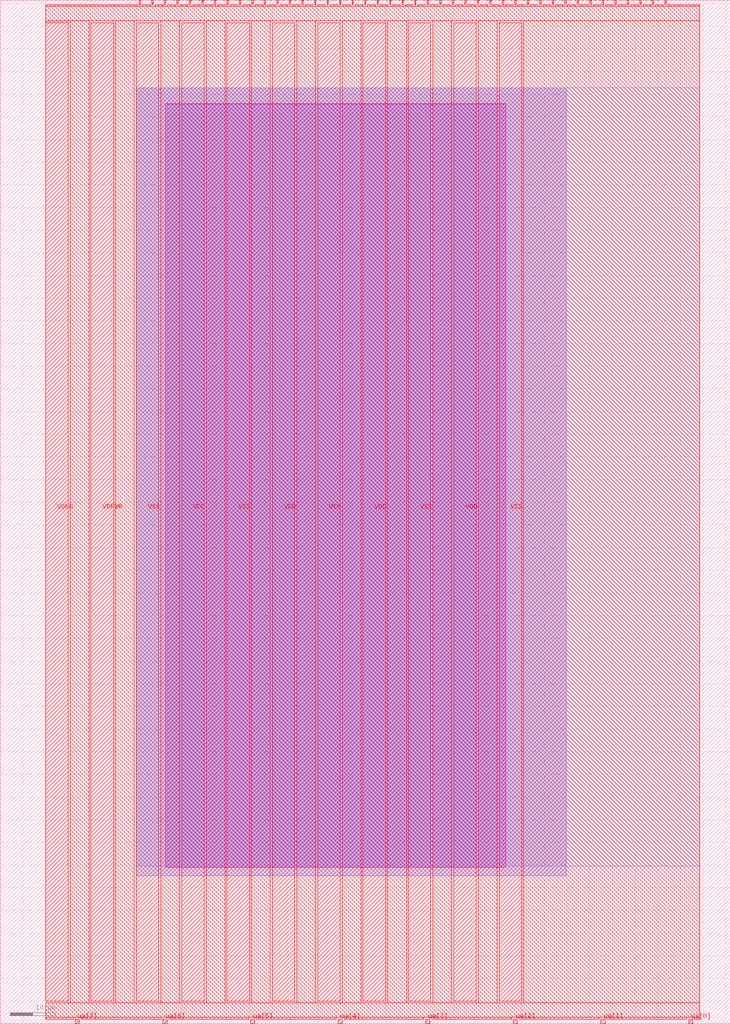
<source format=lef>
VERSION 5.7 ;
  NOWIREEXTENSIONATPIN ON ;
  DIVIDERCHAR "/" ;
  BUSBITCHARS "[]" ;
MACRO tt_um_Onchip_BandGap
  CLASS BLOCK ;
  FOREIGN tt_um_Onchip_BandGap ;
  ORIGIN 0.000 0.000 ;
  SIZE 161.000 BY 225.760 ;
  PIN clk
    PORT
      LAYER met4 ;
        RECT 143.830 224.760 144.130 225.760 ;
    END
  END clk
  PIN ena
    PORT
      LAYER met4 ;
        RECT 146.590 224.760 146.890 225.760 ;
    END
  END ena
  PIN rst_n
    PORT
      LAYER met4 ;
        RECT 141.070 224.760 141.370 225.760 ;
    END
  END rst_n
  PIN ua[0]
    ANTENNAGATEAREA 1.800000 ;
    ANTENNADIFFAREA 4.422000 ;
    PORT
      LAYER met4 ;
        RECT 151.810 0.000 152.710 1.000 ;
    END
  END ua[0]
  PIN ua[1]
    ANTENNAGATEAREA 50.000000 ;
    ANTENNADIFFAREA 3.564000 ;
    PORT
      LAYER met4 ;
        RECT 132.490 0.000 133.390 1.000 ;
    END
  END ua[1]
  PIN ua[2]
    ANTENNAGATEAREA 6.750000 ;
    ANTENNADIFFAREA 0.148500 ;
    PORT
      LAYER met4 ;
        RECT 113.170 0.000 114.070 1.000 ;
    END
  END ua[2]
  PIN ua[3]
    PORT
      LAYER met4 ;
        RECT 93.850 0.000 94.750 1.000 ;
    END
  END ua[3]
  PIN ua[4]
    PORT
      LAYER met4 ;
        RECT 74.530 0.000 75.430 1.000 ;
    END
  END ua[4]
  PIN ua[5]
    PORT
      LAYER met4 ;
        RECT 55.210 0.000 56.110 1.000 ;
    END
  END ua[5]
  PIN ua[6]
    PORT
      LAYER met4 ;
        RECT 35.890 0.000 36.790 1.000 ;
    END
  END ua[6]
  PIN ua[7]
    PORT
      LAYER met4 ;
        RECT 16.570 0.000 17.470 1.000 ;
    END
  END ua[7]
  PIN ui_in[0]
    PORT
      LAYER met4 ;
        RECT 138.310 224.760 138.610 225.760 ;
    END
  END ui_in[0]
  PIN ui_in[1]
    PORT
      LAYER met4 ;
        RECT 135.550 224.760 135.850 225.760 ;
    END
  END ui_in[1]
  PIN ui_in[2]
    PORT
      LAYER met4 ;
        RECT 132.790 224.760 133.090 225.760 ;
    END
  END ui_in[2]
  PIN ui_in[3]
    PORT
      LAYER met4 ;
        RECT 130.030 224.760 130.330 225.760 ;
    END
  END ui_in[3]
  PIN ui_in[4]
    PORT
      LAYER met4 ;
        RECT 127.270 224.760 127.570 225.760 ;
    END
  END ui_in[4]
  PIN ui_in[5]
    PORT
      LAYER met4 ;
        RECT 124.510 224.760 124.810 225.760 ;
    END
  END ui_in[5]
  PIN ui_in[6]
    PORT
      LAYER met4 ;
        RECT 121.750 224.760 122.050 225.760 ;
    END
  END ui_in[6]
  PIN ui_in[7]
    PORT
      LAYER met4 ;
        RECT 118.990 224.760 119.290 225.760 ;
    END
  END ui_in[7]
  PIN uio_in[0]
    PORT
      LAYER met4 ;
        RECT 116.230 224.760 116.530 225.760 ;
    END
  END uio_in[0]
  PIN uio_in[1]
    PORT
      LAYER met4 ;
        RECT 113.470 224.760 113.770 225.760 ;
    END
  END uio_in[1]
  PIN uio_in[2]
    PORT
      LAYER met4 ;
        RECT 110.710 224.760 111.010 225.760 ;
    END
  END uio_in[2]
  PIN uio_in[3]
    PORT
      LAYER met4 ;
        RECT 107.950 224.760 108.250 225.760 ;
    END
  END uio_in[3]
  PIN uio_in[4]
    PORT
      LAYER met4 ;
        RECT 105.190 224.760 105.490 225.760 ;
    END
  END uio_in[4]
  PIN uio_in[5]
    PORT
      LAYER met4 ;
        RECT 102.430 224.760 102.730 225.760 ;
    END
  END uio_in[5]
  PIN uio_in[6]
    PORT
      LAYER met4 ;
        RECT 99.670 224.760 99.970 225.760 ;
    END
  END uio_in[6]
  PIN uio_in[7]
    PORT
      LAYER met4 ;
        RECT 96.910 224.760 97.210 225.760 ;
    END
  END uio_in[7]
  PIN uio_oe[0]
    ANTENNAGATEAREA 240.560089 ;
    ANTENNADIFFAREA 457.036774 ;
    PORT
      LAYER met4 ;
        RECT 49.990 224.760 50.290 225.760 ;
    END
  END uio_oe[0]
  PIN uio_oe[1]
    ANTENNAGATEAREA 240.560089 ;
    ANTENNADIFFAREA 457.036774 ;
    PORT
      LAYER met4 ;
        RECT 47.230 224.760 47.530 225.760 ;
    END
  END uio_oe[1]
  PIN uio_oe[2]
    ANTENNAGATEAREA 240.560089 ;
    ANTENNADIFFAREA 457.036774 ;
    PORT
      LAYER met4 ;
        RECT 44.470 224.760 44.770 225.760 ;
    END
  END uio_oe[2]
  PIN uio_oe[3]
    ANTENNAGATEAREA 240.560089 ;
    ANTENNADIFFAREA 457.036774 ;
    PORT
      LAYER met4 ;
        RECT 41.710 224.760 42.010 225.760 ;
    END
  END uio_oe[3]
  PIN uio_oe[4]
    ANTENNAGATEAREA 240.560089 ;
    ANTENNADIFFAREA 457.036774 ;
    PORT
      LAYER met4 ;
        RECT 38.950 224.760 39.250 225.760 ;
    END
  END uio_oe[4]
  PIN uio_oe[5]
    ANTENNAGATEAREA 240.560089 ;
    ANTENNADIFFAREA 457.036774 ;
    PORT
      LAYER met4 ;
        RECT 36.190 224.760 36.490 225.760 ;
    END
  END uio_oe[5]
  PIN uio_oe[6]
    ANTENNAGATEAREA 240.560089 ;
    ANTENNADIFFAREA 457.036774 ;
    PORT
      LAYER met4 ;
        RECT 33.430 224.760 33.730 225.760 ;
    END
  END uio_oe[6]
  PIN uio_oe[7]
    ANTENNAGATEAREA 240.560089 ;
    ANTENNADIFFAREA 457.036774 ;
    PORT
      LAYER met4 ;
        RECT 30.670 224.760 30.970 225.760 ;
    END
  END uio_oe[7]
  PIN uio_out[0]
    ANTENNAGATEAREA 240.560089 ;
    ANTENNADIFFAREA 457.036774 ;
    PORT
      LAYER met4 ;
        RECT 72.070 224.760 72.370 225.760 ;
    END
  END uio_out[0]
  PIN uio_out[1]
    ANTENNAGATEAREA 240.560089 ;
    ANTENNADIFFAREA 457.036774 ;
    PORT
      LAYER met4 ;
        RECT 69.310 224.760 69.610 225.760 ;
    END
  END uio_out[1]
  PIN uio_out[2]
    ANTENNAGATEAREA 240.560089 ;
    ANTENNADIFFAREA 457.036774 ;
    PORT
      LAYER met4 ;
        RECT 66.550 224.760 66.850 225.760 ;
    END
  END uio_out[2]
  PIN uio_out[3]
    ANTENNAGATEAREA 240.560089 ;
    ANTENNADIFFAREA 457.036774 ;
    PORT
      LAYER met4 ;
        RECT 63.790 224.760 64.090 225.760 ;
    END
  END uio_out[3]
  PIN uio_out[4]
    ANTENNAGATEAREA 240.560089 ;
    ANTENNADIFFAREA 457.036774 ;
    PORT
      LAYER met4 ;
        RECT 61.030 224.760 61.330 225.760 ;
    END
  END uio_out[4]
  PIN uio_out[5]
    ANTENNAGATEAREA 240.560089 ;
    ANTENNADIFFAREA 457.036774 ;
    PORT
      LAYER met4 ;
        RECT 58.270 224.760 58.570 225.760 ;
    END
  END uio_out[5]
  PIN uio_out[6]
    ANTENNAGATEAREA 240.560089 ;
    ANTENNADIFFAREA 457.036774 ;
    PORT
      LAYER met4 ;
        RECT 55.510 224.760 55.810 225.760 ;
    END
  END uio_out[6]
  PIN uio_out[7]
    ANTENNAGATEAREA 240.560089 ;
    ANTENNADIFFAREA 457.036774 ;
    PORT
      LAYER met4 ;
        RECT 52.750 224.760 53.050 225.760 ;
    END
  END uio_out[7]
  PIN uo_out[0]
    ANTENNAGATEAREA 240.560089 ;
    ANTENNADIFFAREA 457.036774 ;
    PORT
      LAYER met4 ;
        RECT 94.150 224.760 94.450 225.760 ;
    END
  END uo_out[0]
  PIN uo_out[1]
    ANTENNAGATEAREA 240.560089 ;
    ANTENNADIFFAREA 457.036774 ;
    PORT
      LAYER met4 ;
        RECT 91.390 224.760 91.690 225.760 ;
    END
  END uo_out[1]
  PIN uo_out[2]
    ANTENNAGATEAREA 240.560089 ;
    ANTENNADIFFAREA 457.036774 ;
    PORT
      LAYER met4 ;
        RECT 88.630 224.760 88.930 225.760 ;
    END
  END uo_out[2]
  PIN uo_out[3]
    ANTENNAGATEAREA 240.560089 ;
    ANTENNADIFFAREA 457.036774 ;
    PORT
      LAYER met4 ;
        RECT 85.870 224.760 86.170 225.760 ;
    END
  END uo_out[3]
  PIN uo_out[4]
    ANTENNAGATEAREA 240.560089 ;
    ANTENNADIFFAREA 457.036774 ;
    PORT
      LAYER met4 ;
        RECT 83.110 224.760 83.410 225.760 ;
    END
  END uo_out[4]
  PIN uo_out[5]
    ANTENNAGATEAREA 240.560089 ;
    ANTENNADIFFAREA 457.036774 ;
    PORT
      LAYER met4 ;
        RECT 80.350 224.760 80.650 225.760 ;
    END
  END uo_out[5]
  PIN uo_out[6]
    ANTENNAGATEAREA 240.560089 ;
    ANTENNADIFFAREA 457.036774 ;
    PORT
      LAYER met4 ;
        RECT 77.590 224.760 77.890 225.760 ;
    END
  END uo_out[6]
  PIN uo_out[7]
    ANTENNAGATEAREA 240.560089 ;
    ANTENNADIFFAREA 457.036774 ;
    PORT
      LAYER met4 ;
        RECT 74.830 224.760 75.130 225.760 ;
    END
  END uo_out[7]
  PIN VSS
    ANTENNAGATEAREA 240.560089 ;
    ANTENNADIFFAREA 457.036774 ;
    PORT
      LAYER met4 ;
        RECT 30.000 5.000 35.000 220.760 ;
    END
    PORT
      LAYER met4 ;
        RECT 50.000 5.000 55.000 220.760 ;
    END
    PORT
      LAYER met4 ;
        RECT 110.000 5.000 115.000 220.760 ;
    END
    PORT
      LAYER met4 ;
        RECT 70.000 5.000 75.000 220.760 ;
    END
    PORT
      LAYER met4 ;
        RECT 90.000 5.000 95.000 220.760 ;
    END
  END VSS
  PIN VDPWR
    PORT
      LAYER met4 ;
        RECT 20.000 5.000 25.000 220.760 ;
    END
  END VDPWR
  PIN VDD
    ANTENNAGATEAREA 514.519958 ;
    ANTENNADIFFAREA 510.403992 ;
    PORT
      LAYER met4 ;
        RECT 80.000 5.000 85.000 220.760 ;
    END
    PORT
      LAYER met4 ;
        RECT 40.000 5.000 45.000 220.760 ;
    END
    PORT
      LAYER met4 ;
        RECT 60.000 5.000 65.000 220.760 ;
    END
    PORT
      LAYER met4 ;
        RECT 100.000 5.000 105.000 220.760 ;
    END
  END VDD
  PIN VGND
    USE GROUND ;
    PORT
      LAYER met4 ;
        RECT 10.000 5.000 15.000 220.760 ;
    END
  END VGND
  OBS
      LAYER nwell ;
        RECT 36.540 34.560 111.520 202.935 ;
      LAYER li1 ;
        RECT 36.850 34.690 111.210 202.805 ;
      LAYER met1 ;
        RECT 30.000 32.665 124.815 206.415 ;
      LAYER met2 ;
        RECT 30.000 32.665 124.815 206.415 ;
      LAYER met3 ;
        RECT 30.000 34.690 154.260 206.415 ;
      LAYER met4 ;
        RECT 10.000 224.360 30.270 224.760 ;
        RECT 31.370 224.360 33.030 224.760 ;
        RECT 34.130 224.360 35.790 224.760 ;
        RECT 36.890 224.360 38.550 224.760 ;
        RECT 39.650 224.360 41.310 224.760 ;
        RECT 42.410 224.360 44.070 224.760 ;
        RECT 45.170 224.360 46.830 224.760 ;
        RECT 47.930 224.360 49.590 224.760 ;
        RECT 50.690 224.360 52.350 224.760 ;
        RECT 53.450 224.360 55.110 224.760 ;
        RECT 56.210 224.360 57.870 224.760 ;
        RECT 58.970 224.360 60.630 224.760 ;
        RECT 61.730 224.360 63.390 224.760 ;
        RECT 64.490 224.360 66.150 224.760 ;
        RECT 67.250 224.360 68.910 224.760 ;
        RECT 70.010 224.360 71.670 224.760 ;
        RECT 72.770 224.360 74.430 224.760 ;
        RECT 75.530 224.360 77.190 224.760 ;
        RECT 78.290 224.360 79.950 224.760 ;
        RECT 81.050 224.360 82.710 224.760 ;
        RECT 83.810 224.360 85.470 224.760 ;
        RECT 86.570 224.360 88.230 224.760 ;
        RECT 89.330 224.360 90.990 224.760 ;
        RECT 92.090 224.360 93.750 224.760 ;
        RECT 94.850 224.360 96.510 224.760 ;
        RECT 97.610 224.360 99.270 224.760 ;
        RECT 100.370 224.360 102.030 224.760 ;
        RECT 103.130 224.360 104.790 224.760 ;
        RECT 105.890 224.360 107.550 224.760 ;
        RECT 108.650 224.360 110.310 224.760 ;
        RECT 111.410 224.360 113.070 224.760 ;
        RECT 114.170 224.360 115.830 224.760 ;
        RECT 116.930 224.360 118.590 224.760 ;
        RECT 119.690 224.360 121.350 224.760 ;
        RECT 122.450 224.360 124.110 224.760 ;
        RECT 125.210 224.360 126.870 224.760 ;
        RECT 127.970 224.360 129.630 224.760 ;
        RECT 130.730 224.360 132.390 224.760 ;
        RECT 133.490 224.360 135.150 224.760 ;
        RECT 136.250 224.360 137.910 224.760 ;
        RECT 139.010 224.360 140.670 224.760 ;
        RECT 141.770 224.360 143.430 224.760 ;
        RECT 144.530 224.360 146.190 224.760 ;
        RECT 147.290 224.360 154.260 224.760 ;
        RECT 10.000 221.160 154.260 224.360 ;
        RECT 10.000 220.760 15.000 221.160 ;
        RECT 15.400 4.600 19.600 221.160 ;
        RECT 25.400 4.600 29.600 221.160 ;
        RECT 35.400 4.600 39.600 221.160 ;
        RECT 45.400 4.600 49.600 221.160 ;
        RECT 55.400 4.600 59.600 221.160 ;
        RECT 65.400 4.600 69.600 221.160 ;
        RECT 75.400 4.600 79.600 221.160 ;
        RECT 85.400 4.600 89.600 221.160 ;
        RECT 95.400 4.600 99.600 221.160 ;
        RECT 105.400 4.600 109.600 221.160 ;
        RECT 115.400 4.600 154.260 221.160 ;
        RECT 10.000 1.400 154.260 4.600 ;
        RECT 10.000 1.000 16.170 1.400 ;
        RECT 17.870 1.000 35.490 1.400 ;
        RECT 37.190 1.000 54.810 1.400 ;
        RECT 56.510 1.000 74.130 1.400 ;
        RECT 75.830 1.000 93.450 1.400 ;
        RECT 95.150 1.000 112.770 1.400 ;
        RECT 114.470 1.000 132.090 1.400 ;
        RECT 133.790 1.000 151.410 1.400 ;
        RECT 153.110 1.000 154.260 1.400 ;
  END
END tt_um_Onchip_BandGap
END LIBRARY


</source>
